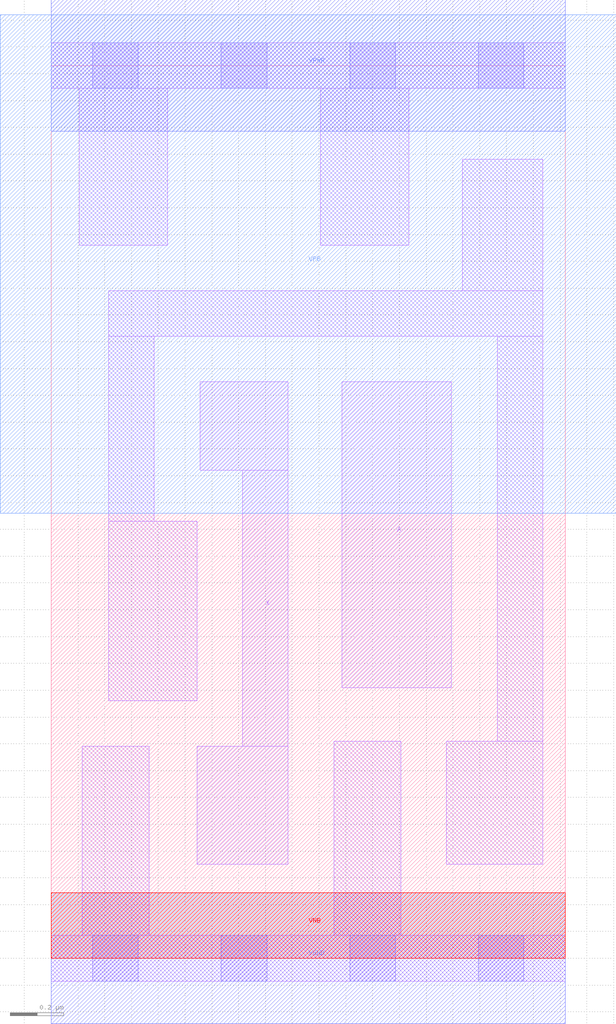
<source format=lef>
# Copyright 2020 The SkyWater PDK Authors
#
# Licensed under the Apache License, Version 2.0 (the "License");
# you may not use this file except in compliance with the License.
# You may obtain a copy of the License at
#
#     https://www.apache.org/licenses/LICENSE-2.0
#
# Unless required by applicable law or agreed to in writing, software
# distributed under the License is distributed on an "AS IS" BASIS,
# WITHOUT WARRANTIES OR CONDITIONS OF ANY KIND, either express or implied.
# See the License for the specific language governing permissions and
# limitations under the License.
#
# SPDX-License-Identifier: Apache-2.0

VERSION 5.7 ;
  NOWIREEXTENSIONATPIN ON ;
  DIVIDERCHAR "/" ;
  BUSBITCHARS "[]" ;
MACRO sky130_fd_sc_ls__clkbuf_2
  CLASS CORE ;
  FOREIGN sky130_fd_sc_ls__clkbuf_2 ;
  ORIGIN  0.000000  0.000000 ;
  SIZE  1.920000 BY  3.330000 ;
  SYMMETRY X Y ;
  SITE unit ;
  PIN A
    ANTENNAGATEAREA  0.231000 ;
    DIRECTION INPUT ;
    USE SIGNAL ;
    PORT
      LAYER li1 ;
        RECT 1.085000 1.010000 1.495000 2.150000 ;
    END
  END A
  PIN X
    ANTENNADIFFAREA  0.453600 ;
    DIRECTION OUTPUT ;
    USE SIGNAL ;
    PORT
      LAYER li1 ;
        RECT 0.545000 0.350000 0.885000 0.790000 ;
        RECT 0.555000 1.820000 0.885000 2.150000 ;
        RECT 0.715000 0.790000 0.885000 1.820000 ;
    END
  END X
  PIN VGND
    DIRECTION INOUT ;
    SHAPE ABUTMENT ;
    USE GROUND ;
    PORT
      LAYER met1 ;
        RECT 0.000000 -0.245000 1.920000 0.245000 ;
    END
  END VGND
  PIN VNB
    DIRECTION INOUT ;
    USE GROUND ;
    PORT
      LAYER pwell ;
        RECT 0.000000 0.000000 1.920000 0.245000 ;
    END
  END VNB
  PIN VPB
    DIRECTION INOUT ;
    USE POWER ;
    PORT
      LAYER nwell ;
        RECT -0.190000 1.660000 2.110000 3.520000 ;
    END
  END VPB
  PIN VPWR
    DIRECTION INOUT ;
    SHAPE ABUTMENT ;
    USE POWER ;
    PORT
      LAYER met1 ;
        RECT 0.000000 3.085000 1.920000 3.575000 ;
    END
  END VPWR
  OBS
    LAYER li1 ;
      RECT 0.000000 -0.085000 1.920000 0.085000 ;
      RECT 0.000000  3.245000 1.920000 3.415000 ;
      RECT 0.105000  2.660000 0.435000 3.245000 ;
      RECT 0.115000  0.085000 0.365000 0.790000 ;
      RECT 0.215000  0.960000 0.545000 1.630000 ;
      RECT 0.215000  1.630000 0.385000 2.320000 ;
      RECT 0.215000  2.320000 1.835000 2.490000 ;
      RECT 1.005000  2.660000 1.335000 3.245000 ;
      RECT 1.055000  0.085000 1.305000 0.810000 ;
      RECT 1.475000  0.350000 1.835000 0.810000 ;
      RECT 1.535000  2.490000 1.835000 2.980000 ;
      RECT 1.665000  0.810000 1.835000 2.320000 ;
    LAYER mcon ;
      RECT 0.155000 -0.085000 0.325000 0.085000 ;
      RECT 0.155000  3.245000 0.325000 3.415000 ;
      RECT 0.635000 -0.085000 0.805000 0.085000 ;
      RECT 0.635000  3.245000 0.805000 3.415000 ;
      RECT 1.115000 -0.085000 1.285000 0.085000 ;
      RECT 1.115000  3.245000 1.285000 3.415000 ;
      RECT 1.595000 -0.085000 1.765000 0.085000 ;
      RECT 1.595000  3.245000 1.765000 3.415000 ;
  END
END sky130_fd_sc_ls__clkbuf_2
END LIBRARY

</source>
